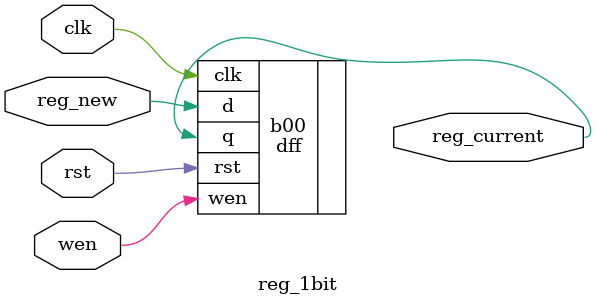
<source format=v>
module reg_1bit(
	input reg_new,	
	input wen,
	input clk,
	input rst,
	output reg_current
);

dff b00(
	.d(reg_new), 
	.q(reg_current), 
	.wen(wen), 
	.clk(clk), 
	.rst(rst)
);

endmodule

</source>
